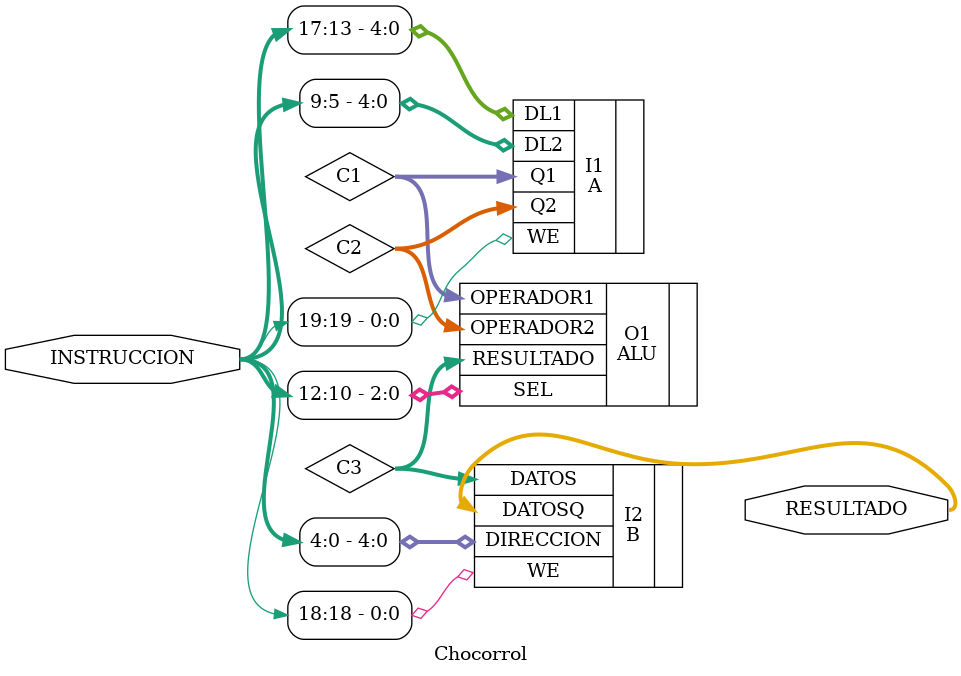
<source format=v>
`timescale 1ns/1ns

module Chocorrol(
    input [19:0] INSTRUCCION,
    output [31:0] RESULTADO
);

    wire[31:0] C1, C2, C3;
	
	A I1(
		.DL1(INSTRUCCION[17:13]),
		.DL2(INSTRUCCION[9:5]),
		.WE(INSTRUCCION[19]),
		.Q1(C1),
		.Q2(C2)
	);

	ALU O1(
		.OPERADOR1(C1),
		.OPERADOR2(C2),
		.SEL(INSTRUCCION[12:10]),
		.RESULTADO(C3)
	);
	
	B I2(
		.DIRECCION(INSTRUCCION[4:0]),
		.DATOS(C3),
		.WE(INSTRUCCION[18]),
		.DATOSQ(RESULTADO)
	);

endmodule

</source>
